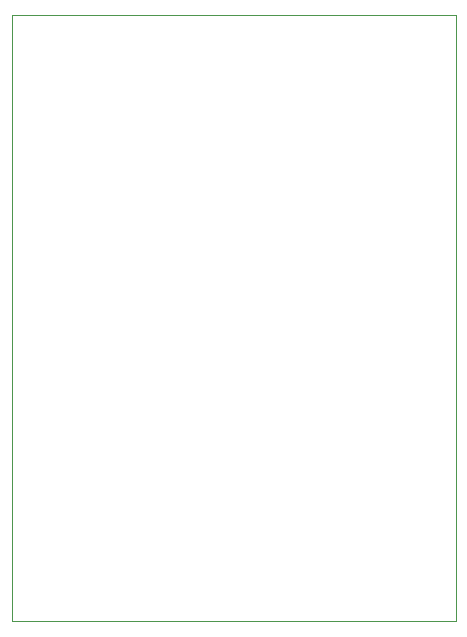
<source format=gm1>
G04 #@! TF.GenerationSoftware,KiCad,Pcbnew,(6.0.9)*
G04 #@! TF.CreationDate,2022-12-09T18:34:30+01:00*
G04 #@! TF.ProjectId,FT2232HL development board to iceprog,46543232-3332-4484-9c20-646576656c6f,1*
G04 #@! TF.SameCoordinates,Original*
G04 #@! TF.FileFunction,Profile,NP*
%FSLAX46Y46*%
G04 Gerber Fmt 4.6, Leading zero omitted, Abs format (unit mm)*
G04 Created by KiCad (PCBNEW (6.0.9)) date 2022-12-09 18:34:30*
%MOMM*%
%LPD*%
G01*
G04 APERTURE LIST*
G04 #@! TA.AperFunction,Profile*
%ADD10C,0.100000*%
G04 #@! TD*
G04 APERTURE END LIST*
D10*
X-18796000Y-82296000D02*
X18796000Y-82296000D01*
X18796000Y-133604000D02*
X-18796000Y-133604000D01*
X18796000Y-82296000D02*
X18796000Y-133604000D01*
X-18796000Y-133604000D02*
X-18796000Y-82296000D01*
M02*

</source>
